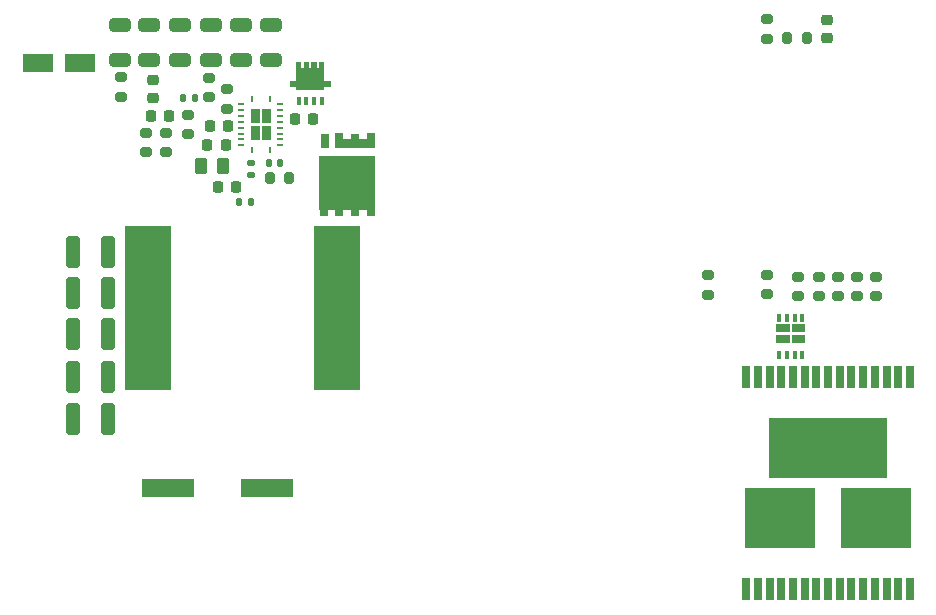
<source format=gbr>
%TF.GenerationSoftware,KiCad,Pcbnew,9.0.6*%
%TF.CreationDate,2026-01-16T13:55:08+01:00*%
%TF.ProjectId,Buck,4275636b-2e6b-4696-9361-645f70636258,rev?*%
%TF.SameCoordinates,Original*%
%TF.FileFunction,Paste,Top*%
%TF.FilePolarity,Positive*%
%FSLAX46Y46*%
G04 Gerber Fmt 4.6, Leading zero omitted, Abs format (unit mm)*
G04 Created by KiCad (PCBNEW 9.0.6) date 2026-01-16 13:55:08*
%MOMM*%
%LPD*%
G01*
G04 APERTURE LIST*
G04 Aperture macros list*
%AMRoundRect*
0 Rectangle with rounded corners*
0 $1 Rounding radius*
0 $2 $3 $4 $5 $6 $7 $8 $9 X,Y pos of 4 corners*
0 Add a 4 corners polygon primitive as box body*
4,1,4,$2,$3,$4,$5,$6,$7,$8,$9,$2,$3,0*
0 Add four circle primitives for the rounded corners*
1,1,$1+$1,$2,$3*
1,1,$1+$1,$4,$5*
1,1,$1+$1,$6,$7*
1,1,$1+$1,$8,$9*
0 Add four rect primitives between the rounded corners*
20,1,$1+$1,$2,$3,$4,$5,0*
20,1,$1+$1,$4,$5,$6,$7,0*
20,1,$1+$1,$6,$7,$8,$9,0*
20,1,$1+$1,$8,$9,$2,$3,0*%
%AMFreePoly0*
4,1,9,0.000001,0.700000,0.000001,0.000000,0.000000,-0.000001,-0.500000,-0.000001,-0.500001,0.000000,-0.500001,0.700000,-0.500000,0.700001,0.000000,0.700001,0.000001,0.700000,0.000001,0.700000,$1*%
%AMFreePoly1*
4,1,9,0.750001,3.365000,0.750001,0.000000,0.750000,-0.000001,0.000000,-0.000001,-0.000001,0.000000,-0.000001,3.365000,0.000000,3.365001,0.750000,3.365001,0.750001,3.365000,0.750001,3.365000,$1*%
%AMFreePoly2*
4,1,9,0.500001,0.000000,0.500001,-0.700000,0.500000,-0.700001,0.000000,-0.700001,-0.000001,-0.700000,-0.000001,0.000000,0.000000,0.000001,0.500000,0.000001,0.500001,0.000000,0.500001,0.000000,$1*%
%AMFreePoly3*
4,1,9,0.000001,0.000000,0.000001,-4.700000,0.000000,-4.700001,-4.534500,-4.700001,-4.534501,-4.700000,-4.534501,0.000000,-4.534500,0.000001,0.000000,0.000001,0.000001,0.000000,0.000001,0.000000,$1*%
G04 Aperture macros list end*
%ADD10C,0.000000*%
%ADD11RoundRect,0.200000X0.275000X-0.200000X0.275000X0.200000X-0.275000X0.200000X-0.275000X-0.200000X0*%
%ADD12R,0.399999X0.700001*%
%ADD13R,0.635000X1.854200*%
%ADD14R,6.045200X5.105400*%
%ADD15R,10.109200X5.105400*%
%ADD16RoundRect,0.200000X-0.200000X-0.275000X0.200000X-0.275000X0.200000X0.275000X-0.200000X0.275000X0*%
%ADD17RoundRect,0.200000X-0.275000X0.200000X-0.275000X-0.200000X0.275000X-0.200000X0.275000X0.200000X0*%
%ADD18RoundRect,0.225000X0.250000X-0.225000X0.250000X0.225000X-0.250000X0.225000X-0.250000X-0.225000X0*%
%ADD19RoundRect,0.250000X0.650000X-0.325000X0.650000X0.325000X-0.650000X0.325000X-0.650000X-0.325000X0*%
%ADD20RoundRect,0.225000X0.225000X0.250000X-0.225000X0.250000X-0.225000X-0.250000X0.225000X-0.250000X0*%
%ADD21RoundRect,0.250000X0.325000X1.100000X-0.325000X1.100000X-0.325000X-1.100000X0.325000X-1.100000X0*%
%ADD22RoundRect,0.225000X-0.225000X-0.250000X0.225000X-0.250000X0.225000X0.250000X-0.225000X0.250000X0*%
%ADD23RoundRect,0.140000X-0.140000X-0.170000X0.140000X-0.170000X0.140000X0.170000X-0.140000X0.170000X0*%
%ADD24RoundRect,0.250000X1.050000X0.550000X-1.050000X0.550000X-1.050000X-0.550000X1.050000X-0.550000X0*%
%ADD25R,4.000000X14.000000*%
%ADD26R,0.431800X0.660400*%
%ADD27R,0.127000X0.127000*%
%ADD28RoundRect,0.147500X-0.172500X0.147500X-0.172500X-0.147500X0.172500X-0.147500X0.172500X0.147500X0*%
%ADD29R,0.249999X0.599999*%
%ADD30R,0.599999X0.249999*%
%ADD31FreePoly0,270.000000*%
%ADD32R,0.650000X1.250000*%
%ADD33FreePoly1,270.000000*%
%ADD34FreePoly2,270.000000*%
%ADD35FreePoly3,270.000000*%
%ADD36RoundRect,0.250000X0.262500X0.450000X-0.262500X0.450000X-0.262500X-0.450000X0.262500X-0.450000X0*%
%ADD37RoundRect,0.135000X-0.135000X-0.185000X0.135000X-0.185000X0.135000X0.185000X-0.135000X0.185000X0*%
%ADD38R,4.500000X1.650000*%
G04 APERTURE END LIST*
D10*
%TO.C,U3*%
G36*
X207400280Y-123140951D02*
G01*
X207409539Y-123143757D01*
X207418070Y-123148319D01*
X207425548Y-123154456D01*
X207431685Y-123161933D01*
X207436247Y-123170465D01*
X207439053Y-123179724D01*
X207440001Y-123189353D01*
X207440001Y-123795651D01*
X207439053Y-123805280D01*
X207436247Y-123814538D01*
X207431685Y-123823070D01*
X207425548Y-123830548D01*
X207418070Y-123836684D01*
X207409539Y-123841246D01*
X207400280Y-123844053D01*
X207390651Y-123845003D01*
X206364354Y-123845003D01*
X206354725Y-123844053D01*
X206345467Y-123841246D01*
X206336935Y-123836684D01*
X206329457Y-123830548D01*
X206323320Y-123823070D01*
X206318758Y-123814538D01*
X206315952Y-123805280D01*
X206315002Y-123795651D01*
X206315002Y-123189353D01*
X206315952Y-123179724D01*
X206318758Y-123170465D01*
X206323320Y-123161933D01*
X206329457Y-123154456D01*
X206336935Y-123148319D01*
X206345467Y-123143757D01*
X206354725Y-123140951D01*
X206364354Y-123140003D01*
X207390651Y-123140003D01*
X207400280Y-123140951D01*
G37*
G36*
X206075284Y-123140951D02*
G01*
X206084543Y-123143757D01*
X206093074Y-123148319D01*
X206100552Y-123154456D01*
X206106689Y-123161933D01*
X206111251Y-123170465D01*
X206114057Y-123179724D01*
X206115007Y-123189353D01*
X206115007Y-123795651D01*
X206114057Y-123805280D01*
X206111251Y-123814538D01*
X206106689Y-123823070D01*
X206100552Y-123830548D01*
X206093074Y-123836684D01*
X206084543Y-123841246D01*
X206075284Y-123844053D01*
X206065655Y-123845003D01*
X205039358Y-123845003D01*
X205029729Y-123844053D01*
X205020470Y-123841246D01*
X205011939Y-123836684D01*
X205004461Y-123830548D01*
X204998324Y-123823070D01*
X204993762Y-123814538D01*
X204990956Y-123805280D01*
X204990008Y-123795651D01*
X204990008Y-123189353D01*
X204990956Y-123179724D01*
X204993762Y-123170465D01*
X204998324Y-123161933D01*
X205004461Y-123154456D01*
X205011939Y-123148319D01*
X205020470Y-123143757D01*
X205029729Y-123140951D01*
X205039358Y-123140003D01*
X206065655Y-123140003D01*
X206075284Y-123140951D01*
G37*
G36*
X207400280Y-124045950D02*
G01*
X207409539Y-124048757D01*
X207418070Y-124053319D01*
X207425548Y-124059455D01*
X207431685Y-124066933D01*
X207436247Y-124075465D01*
X207439053Y-124084723D01*
X207440001Y-124094352D01*
X207440001Y-124700650D01*
X207439053Y-124710279D01*
X207436247Y-124719538D01*
X207431685Y-124728070D01*
X207425548Y-124735547D01*
X207418070Y-124741684D01*
X207409539Y-124746246D01*
X207400280Y-124749052D01*
X207390651Y-124750002D01*
X206364354Y-124750002D01*
X206354725Y-124749052D01*
X206345467Y-124746246D01*
X206336935Y-124741684D01*
X206329457Y-124735547D01*
X206323320Y-124728070D01*
X206318758Y-124719538D01*
X206315952Y-124710279D01*
X206315002Y-124700650D01*
X206315002Y-124094352D01*
X206315952Y-124084723D01*
X206318758Y-124075465D01*
X206323320Y-124066933D01*
X206329457Y-124059455D01*
X206336935Y-124053319D01*
X206345467Y-124048757D01*
X206354725Y-124045950D01*
X206364354Y-124045003D01*
X207390651Y-124045003D01*
X207400280Y-124045950D01*
G37*
G36*
X206075284Y-124045950D02*
G01*
X206084543Y-124048757D01*
X206093074Y-124053319D01*
X206100552Y-124059455D01*
X206106689Y-124066933D01*
X206111251Y-124075465D01*
X206114057Y-124084723D01*
X206115007Y-124094352D01*
X206115007Y-124700650D01*
X206114057Y-124710279D01*
X206111251Y-124719538D01*
X206106689Y-124728070D01*
X206100552Y-124735547D01*
X206093074Y-124741684D01*
X206084543Y-124746246D01*
X206075284Y-124749052D01*
X206065655Y-124750002D01*
X205039358Y-124750002D01*
X205029729Y-124749052D01*
X205020470Y-124746246D01*
X205011939Y-124741684D01*
X205004461Y-124735547D01*
X204998324Y-124728070D01*
X204993762Y-124719538D01*
X204990956Y-124710279D01*
X204990008Y-124700650D01*
X204990008Y-124094352D01*
X204990956Y-124084723D01*
X204993762Y-124075465D01*
X204998324Y-124066933D01*
X205004461Y-124059455D01*
X205011939Y-124053319D01*
X205020470Y-124048757D01*
X205029729Y-124045950D01*
X205039358Y-124045003D01*
X206065655Y-124045003D01*
X206075284Y-124045950D01*
G37*
%TO.C,Q1*%
G36*
X164765901Y-101449800D02*
G01*
X164984100Y-101449800D01*
X164984100Y-100979800D01*
X165415900Y-100979800D01*
X165415900Y-101449800D01*
X165634102Y-101449800D01*
X165634102Y-100979800D01*
X166065902Y-100979800D01*
X166065902Y-101449800D01*
X166284100Y-101449800D01*
X166284100Y-100979800D01*
X166715900Y-100979800D01*
X166715905Y-102529500D01*
X167254905Y-102529500D01*
X167254905Y-103099500D01*
X166715905Y-103099500D01*
X166715905Y-103279500D01*
X164334097Y-103279500D01*
X164334097Y-103099500D01*
X163795097Y-103099500D01*
X163795097Y-102529500D01*
X164334097Y-102529500D01*
X164334102Y-100979800D01*
X164765901Y-100979800D01*
X164765901Y-101449800D01*
G37*
%TO.C,U1*%
G36*
X161210761Y-104940937D02*
G01*
X161219907Y-104943711D01*
X161228335Y-104948217D01*
X161235724Y-104954277D01*
X161241784Y-104961666D01*
X161246290Y-104970094D01*
X161249064Y-104979241D01*
X161250001Y-104988750D01*
X161250001Y-106101250D01*
X161249064Y-106110760D01*
X161246290Y-106119906D01*
X161241784Y-106128334D01*
X161235724Y-106135723D01*
X161228335Y-106141783D01*
X161219907Y-106146289D01*
X161210761Y-106149063D01*
X161201251Y-106150000D01*
X160548750Y-106150000D01*
X160539241Y-106149063D01*
X160530094Y-106146289D01*
X160521666Y-106141783D01*
X160514277Y-106135723D01*
X160508217Y-106128334D01*
X160503711Y-106119906D01*
X160500937Y-106110760D01*
X160500000Y-106101250D01*
X160500000Y-104988750D01*
X160500937Y-104979241D01*
X160503711Y-104970094D01*
X160508217Y-104961666D01*
X160514277Y-104954277D01*
X160521666Y-104948217D01*
X160530094Y-104943711D01*
X160539241Y-104940937D01*
X160548750Y-104940000D01*
X161201251Y-104940000D01*
X161210761Y-104940937D01*
G37*
G36*
X161210761Y-106350937D02*
G01*
X161219907Y-106353711D01*
X161228335Y-106358217D01*
X161235724Y-106364277D01*
X161241784Y-106371666D01*
X161246290Y-106380094D01*
X161249064Y-106389240D01*
X161250001Y-106398750D01*
X161250001Y-107511250D01*
X161249064Y-107520759D01*
X161246290Y-107529906D01*
X161241784Y-107538334D01*
X161235724Y-107545723D01*
X161228335Y-107551783D01*
X161219907Y-107556289D01*
X161210761Y-107559063D01*
X161201251Y-107560000D01*
X160548750Y-107560000D01*
X160539241Y-107559063D01*
X160530094Y-107556289D01*
X160521666Y-107551783D01*
X160514277Y-107545723D01*
X160508217Y-107538334D01*
X160503711Y-107529906D01*
X160500937Y-107520759D01*
X160500000Y-107511250D01*
X160500000Y-106398750D01*
X160500937Y-106389240D01*
X160503711Y-106380094D01*
X160508217Y-106371666D01*
X160514277Y-106364277D01*
X160521666Y-106358217D01*
X160530094Y-106353711D01*
X160539241Y-106350937D01*
X160548750Y-106350000D01*
X161201251Y-106350000D01*
X161210761Y-106350937D01*
G37*
G36*
X162160761Y-104940937D02*
G01*
X162169908Y-104943711D01*
X162178336Y-104948217D01*
X162185725Y-104954277D01*
X162191785Y-104961666D01*
X162196291Y-104970094D01*
X162199065Y-104979241D01*
X162200002Y-104988750D01*
X162200002Y-106101250D01*
X162199065Y-106110760D01*
X162196291Y-106119906D01*
X162191785Y-106128334D01*
X162185725Y-106135723D01*
X162178336Y-106141783D01*
X162169908Y-106146289D01*
X162160761Y-106149063D01*
X162151252Y-106150000D01*
X161498751Y-106150000D01*
X161489241Y-106149063D01*
X161480095Y-106146289D01*
X161471667Y-106141783D01*
X161464278Y-106135723D01*
X161458218Y-106128334D01*
X161453712Y-106119906D01*
X161450938Y-106110760D01*
X161450001Y-106101250D01*
X161450001Y-104988750D01*
X161450938Y-104979241D01*
X161453712Y-104970094D01*
X161458218Y-104961666D01*
X161464278Y-104954277D01*
X161471667Y-104948217D01*
X161480095Y-104943711D01*
X161489241Y-104940937D01*
X161498751Y-104940000D01*
X162151252Y-104940000D01*
X162160761Y-104940937D01*
G37*
G36*
X162160761Y-106350937D02*
G01*
X162169908Y-106353711D01*
X162178336Y-106358217D01*
X162185725Y-106364277D01*
X162191785Y-106371666D01*
X162196291Y-106380094D01*
X162199065Y-106389240D01*
X162200002Y-106398750D01*
X162200002Y-107511250D01*
X162199065Y-107520759D01*
X162196291Y-107529906D01*
X162191785Y-107538334D01*
X162185725Y-107545723D01*
X162178336Y-107551783D01*
X162169908Y-107556289D01*
X162160761Y-107559063D01*
X162151252Y-107560000D01*
X161498751Y-107560000D01*
X161489241Y-107559063D01*
X161480095Y-107556289D01*
X161471667Y-107551783D01*
X161464278Y-107545723D01*
X161458218Y-107538334D01*
X161453712Y-107529906D01*
X161450938Y-107520759D01*
X161450001Y-107511250D01*
X161450001Y-106398750D01*
X161450938Y-106389240D01*
X161453712Y-106380094D01*
X161458218Y-106371666D01*
X161464278Y-106364277D01*
X161471667Y-106358217D01*
X161480095Y-106353711D01*
X161489241Y-106350937D01*
X161498751Y-106350000D01*
X162151252Y-106350000D01*
X162160761Y-106350937D01*
G37*
%TD*%
D11*
%TO.C,R15*%
X213440000Y-119115000D03*
X213440000Y-120765000D03*
%TD*%
%TO.C,R18*%
X210240000Y-120765000D03*
X210240000Y-119115000D03*
%TD*%
D12*
%TO.C,U3*%
X205240003Y-122640002D03*
X205890001Y-122640002D03*
X206540003Y-122640002D03*
X207190001Y-122640002D03*
X207190001Y-125740000D03*
X206540000Y-125740000D03*
X205890001Y-125740000D03*
X205240000Y-125740000D03*
%TD*%
D13*
%TO.C,U2*%
X216302401Y-127590000D03*
X215311801Y-127590000D03*
X214321201Y-127590000D03*
X213330601Y-127590000D03*
X212340001Y-127590000D03*
X211349401Y-127590000D03*
X210358801Y-127590000D03*
X209368201Y-127590000D03*
X208377601Y-127590000D03*
X207387001Y-127590000D03*
X206396401Y-127590000D03*
X205405801Y-127590000D03*
X204415201Y-127590000D03*
X203424601Y-127590000D03*
X202434001Y-127590000D03*
X202434001Y-145598600D03*
X203424601Y-145598600D03*
X204415201Y-145598600D03*
X205405801Y-145598600D03*
X206396401Y-145598600D03*
X207387001Y-145598600D03*
X208377601Y-145598600D03*
X209368201Y-145598600D03*
X210358801Y-145598600D03*
X211349401Y-145598600D03*
X212340001Y-145598600D03*
X213330601Y-145598600D03*
X214321201Y-145598600D03*
X215311801Y-145598600D03*
X216302401Y-145598600D03*
D14*
X213440801Y-139572000D03*
X205295565Y-139572000D03*
D15*
X209368201Y-133616658D03*
%TD*%
D11*
%TO.C,R17*%
X204240000Y-98965000D03*
X204240000Y-97315000D03*
%TD*%
D16*
%TO.C,R16*%
X205915000Y-98890000D03*
X207565000Y-98890000D03*
%TD*%
D17*
%TO.C,R14*%
X211840000Y-119115000D03*
X211840000Y-120765000D03*
%TD*%
%TO.C,R13*%
X208640000Y-119115000D03*
X208640000Y-120765000D03*
%TD*%
%TO.C,R12*%
X206840000Y-119115000D03*
X206840000Y-120765000D03*
%TD*%
%TO.C,R11*%
X204240000Y-118940000D03*
X204240000Y-120590000D03*
%TD*%
%TO.C,R10*%
X199240000Y-118990000D03*
X199240000Y-120640000D03*
%TD*%
D18*
%TO.C,C22*%
X209240000Y-98915000D03*
X209240000Y-97365000D03*
%TD*%
D19*
%TO.C,C7*%
X159700000Y-100775000D03*
X159700000Y-97825000D03*
%TD*%
D20*
%TO.C,C13*%
X158375000Y-107950000D03*
X156825000Y-107950000D03*
%TD*%
D19*
%TO.C,C3*%
X151900000Y-100775000D03*
X151900000Y-97825000D03*
%TD*%
D16*
%TO.C,R6*%
X162100000Y-110750000D03*
X163750000Y-110750000D03*
%TD*%
D21*
%TO.C,C19*%
X148375000Y-127600000D03*
X145425000Y-127600000D03*
%TD*%
D22*
%TO.C,C5*%
X157725000Y-111500000D03*
X159275000Y-111500000D03*
%TD*%
D23*
%TO.C,C11*%
X162020000Y-109500000D03*
X162980000Y-109500000D03*
%TD*%
D22*
%TO.C,C12*%
X164225000Y-105750000D03*
X165775000Y-105750000D03*
%TD*%
D24*
%TO.C,C1*%
X146050000Y-101000000D03*
X142450000Y-101000000D03*
%TD*%
D18*
%TO.C,C10*%
X152250000Y-104025000D03*
X152250000Y-102475000D03*
%TD*%
D17*
%TO.C,R8*%
X151600000Y-106950000D03*
X151600000Y-108600000D03*
%TD*%
D21*
%TO.C,C18*%
X148375000Y-124000000D03*
X145425000Y-124000000D03*
%TD*%
D25*
%TO.C,L1*%
X167800000Y-121800000D03*
X151800000Y-121800000D03*
%TD*%
D26*
%TO.C,Q1*%
X164550002Y-104250000D03*
X165200000Y-104250000D03*
X165850002Y-104250000D03*
X166500000Y-104250000D03*
D27*
X166500000Y-101310000D03*
X165850002Y-101310000D03*
X165200000Y-101310000D03*
X164550002Y-101310000D03*
%TD*%
D21*
%TO.C,C20*%
X148375000Y-131200000D03*
X145425000Y-131200000D03*
%TD*%
D28*
%TO.C,D1*%
X160500000Y-110485000D03*
X160500000Y-109515000D03*
%TD*%
D11*
%TO.C,R4*%
X149500000Y-103900000D03*
X149500000Y-102250000D03*
%TD*%
D19*
%TO.C,C2*%
X149400000Y-100775000D03*
X149400000Y-97825000D03*
%TD*%
D29*
%TO.C,U1*%
X160600000Y-104099999D03*
D30*
X159700002Y-104500001D03*
X159700002Y-105000000D03*
X159700002Y-105500002D03*
X159700002Y-106000000D03*
X159700002Y-106500002D03*
X159700002Y-107000001D03*
X159700002Y-107500000D03*
X159700002Y-107999999D03*
D29*
X160600000Y-108400001D03*
X162100002Y-108400001D03*
D30*
X163000000Y-107999999D03*
X163000000Y-107500000D03*
X163000000Y-106999998D03*
X163000000Y-106500000D03*
X163000000Y-105999998D03*
X163000000Y-105499999D03*
X163000000Y-105000000D03*
X163000000Y-104499998D03*
D29*
X162100002Y-104099999D03*
%TD*%
D31*
%TO.C,Q2*%
X170310400Y-107500000D03*
D32*
X170667000Y-107625000D03*
X169295800Y-107625000D03*
D31*
X167645400Y-107500000D03*
D33*
X167645400Y-107500000D03*
D32*
X168000000Y-107625000D03*
X166755800Y-107625000D03*
X166653800Y-113325000D03*
D34*
X167010400Y-113450000D03*
D32*
X168000000Y-113325000D03*
D34*
X168345400Y-113450000D03*
D32*
X169320800Y-113325000D03*
D34*
X169675400Y-113450000D03*
D32*
X170667000Y-113325000D03*
D35*
X171010400Y-113450000D03*
D34*
X171010400Y-113450000D03*
%TD*%
D36*
%TO.C,R5*%
X158112500Y-109750000D03*
X156287500Y-109750000D03*
%TD*%
D37*
%TO.C,R1*%
X159490000Y-112800000D03*
X160510000Y-112800000D03*
%TD*%
D19*
%TO.C,C9*%
X162200000Y-100775000D03*
X162200000Y-97825000D03*
%TD*%
D17*
%TO.C,R9*%
X153350000Y-106950000D03*
X153350000Y-108600000D03*
%TD*%
D20*
%TO.C,C17*%
X153575000Y-105500000D03*
X152025000Y-105500000D03*
%TD*%
D21*
%TO.C,C16*%
X148375000Y-120500000D03*
X145425000Y-120500000D03*
%TD*%
D23*
%TO.C,C8*%
X154795000Y-104000000D03*
X155755000Y-104000000D03*
%TD*%
D11*
%TO.C,R7*%
X155200000Y-107075000D03*
X155200000Y-105425000D03*
%TD*%
D19*
%TO.C,C4*%
X154500000Y-100775000D03*
X154500000Y-97825000D03*
%TD*%
D11*
%TO.C,R3*%
X157000000Y-103950000D03*
X157000000Y-102300000D03*
%TD*%
D19*
%TO.C,C6*%
X157100000Y-100775000D03*
X157100000Y-97825000D03*
%TD*%
D38*
%TO.C,C21*%
X153500000Y-137000000D03*
X161900000Y-137000000D03*
%TD*%
D20*
%TO.C,C14*%
X158575000Y-106400000D03*
X157025000Y-106400000D03*
%TD*%
D21*
%TO.C,C15*%
X148375000Y-117000000D03*
X145425000Y-117000000D03*
%TD*%
D11*
%TO.C,R2*%
X158500000Y-104900000D03*
X158500000Y-103250000D03*
%TD*%
M02*

</source>
